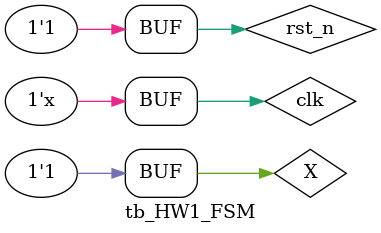
<source format=v>
`timescale 1ns/1ps
module tb_HW1_FSM;
 reg clk, rst_n;

 initial begin
	clk = 'b0;
	rst_n = 'b1;
 end
	
// generate clk 125M 
always #4 clk <=  ~clk;

reg X;
wire Z_1, Z_2;

initial begin
         X = 'b0; rst_n = 'b0;
    #100 rst_n = 'b1;     
	#17 X = 0;
	#17 X = 1;	
	#17 X = 0;
	#19 X = 0;
	#17 X = 1;
	#17 X = 0;
	#17 X = 0;
	#17 X = 1;
	#17 X = 1;
	#17 X = 0;
	#17 X = 1;
	#17 X = 0;
	#17 X = 0;
	#17 X = 1;
	#17 X = 0;
	#17 X = 1;
	#17 X = 0;
	#17 X = 0;
	#17 X = 1;
	#17 X = 1;

         rst_n = 'b0;
	#17 X = 0;
	#17 X = 1;	
	#17 X = 0;
	#19 X = 0;
	#17 X = 1;
	#17 X = 0;
	#17 X = 0;
	#17 X = 1;
	#17 X = 1;
	#15 rst_n = 'b1;
	#17 X = 0;
	#17 X = 1;
	#17 X = 0;
	#17 X = 0;
	#17 X = 1;
	#17 X = 0;
	#17 X = 1;
	#17 X = 0;
	#17 X = 0;
	#17 X = 1;
	#17 X = 1;




end

HW1_FSM_4 the_fsm_1 (
	.clk(clk), .rst_n(rst_n),
	.X(X),
	.Z(Z_1)
);

HW1_FSM_8 the_fsm_2 (
	.clk(clk), .rst_n(rst_n),
	.X(X),
	.Z(Z_2)
);
endmodule 

</source>
